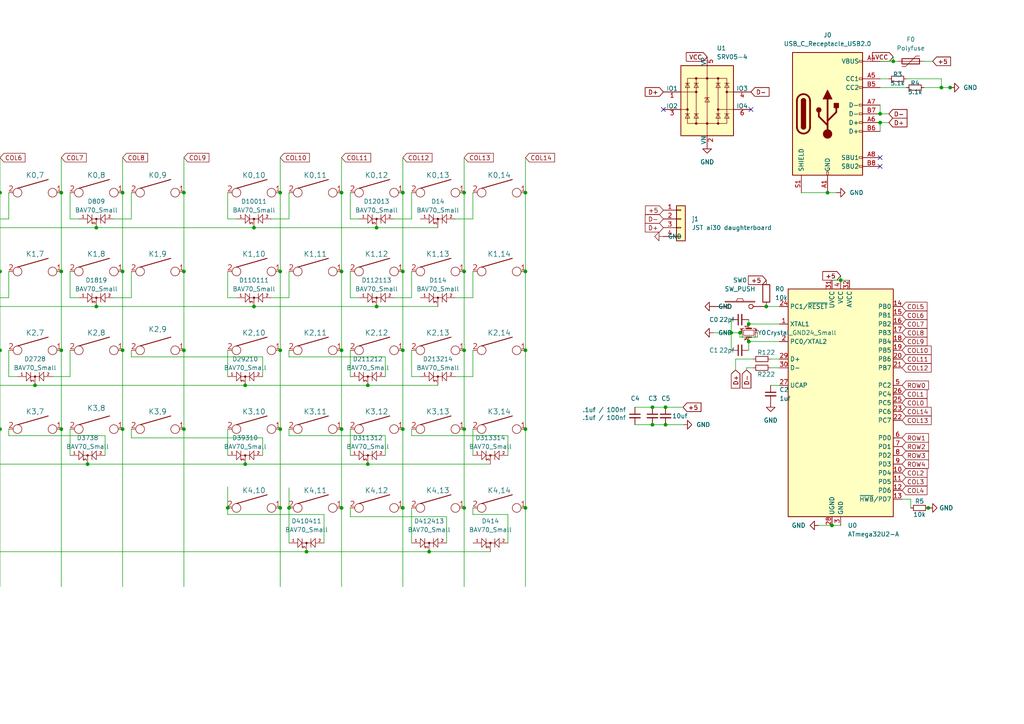
<source format=kicad_sch>
(kicad_sch (version 20211123) (generator eeschema)
  (paper "A4")
  (junction (at -63.5 147.32))
  (junction (at 0 101.6))
  (junction (at 35.56 124.46))
  (junction (at 53.34 78.74))
  (junction (at 212.09 96.52))
  (junction (at 81.28 124.46))
  (junction (at 193.04 123.19))
  (junction (at -124.46 88.9))
  (junction (at 17.78 124.46))
  (junction (at 134.62 124.46))
  (junction (at 99.06 124.46))
  (junction (at -7.62 66.04))
  (junction (at 241.3 152.4))
  (junction (at -55.88 111.76))
  (junction (at 17.78 101.6))
  (junction (at 27.94 88.9))
  (junction (at 217.17 93.98))
  (junction (at -17.78 101.6))
  (junction (at 88.9 160.02))
  (junction (at 35.56 55.88))
  (junction (at 10.16 111.76))
  (junction (at 152.4 147.32))
  (junction (at 17.78 55.88))
  (junction (at -7.62 88.9))
  (junction (at 109.22 88.9))
  (junction (at 152.4 55.88))
  (junction (at -81.28 101.6))
  (junction (at 83.82 147.32))
  (junction (at 109.22 66.04))
  (junction (at -55.245 160.02))
  (junction (at 106.68 134.62))
  (junction (at 0 124.46))
  (junction (at -17.78 55.88))
  (junction (at -45.72 55.88))
  (junction (at -63.5 101.6))
  (junction (at 53.34 101.6))
  (junction (at 214.63 96.52))
  (junction (at 53.34 55.88))
  (junction (at 116.84 78.74))
  (junction (at -99.06 78.74))
  (junction (at -53.34 66.04))
  (junction (at -45.72 124.46))
  (junction (at -53.34 88.9))
  (junction (at 255.27 33.02))
  (junction (at -109.22 68.58))
  (junction (at 116.84 55.88))
  (junction (at 134.62 78.74))
  (junction (at 240.03 55.88))
  (junction (at -63.5 55.88))
  (junction (at 99.06 147.32))
  (junction (at 134.62 55.88))
  (junction (at -45.72 147.32))
  (junction (at -91.44 157.48))
  (junction (at 35.56 101.6))
  (junction (at -116.84 55.88))
  (junction (at 81.28 147.32))
  (junction (at -81.28 124.46))
  (junction (at 217.17 99.06))
  (junction (at -17.78 78.74))
  (junction (at -45.72 78.74))
  (junction (at 193.04 118.11))
  (junction (at 152.4 101.6))
  (junction (at 66.04 147.32))
  (junction (at -45.72 101.6))
  (junction (at -116.84 78.74))
  (junction (at -116.84 147.32))
  (junction (at 81.28 55.88))
  (junction (at -81.28 147.32))
  (junction (at 25.4 134.62))
  (junction (at 71.12 134.62))
  (junction (at 27.94 66.04))
  (junction (at 222.25 88.9))
  (junction (at 17.78 78.74))
  (junction (at 134.62 101.6))
  (junction (at -99.06 55.88))
  (junction (at -116.84 124.46))
  (junction (at -90.805 68.58))
  (junction (at 134.62 147.32))
  (junction (at 73.66 66.04))
  (junction (at -81.28 55.88))
  (junction (at 35.56 78.74))
  (junction (at 71.12 111.76))
  (junction (at 116.84 101.6))
  (junction (at 0 55.88))
  (junction (at 243.84 81.28))
  (junction (at 259.08 17.78))
  (junction (at -17.78 124.46))
  (junction (at 99.06 101.6))
  (junction (at 106.68 111.76))
  (junction (at 73.66 88.9))
  (junction (at 99.06 55.88))
  (junction (at -91.44 111.76))
  (junction (at 116.84 147.32))
  (junction (at 255.27 35.56))
  (junction (at 0 78.74))
  (junction (at -88.9 88.9))
  (junction (at 152.4 78.74))
  (junction (at 81.28 101.6))
  (junction (at -63.5 78.74))
  (junction (at 269.24 147.32))
  (junction (at 189.23 123.19))
  (junction (at 152.4 124.46))
  (junction (at -63.5 124.46))
  (junction (at 53.34 124.46))
  (junction (at -81.28 78.74))
  (junction (at 189.23 118.11))
  (junction (at 273.05 25.4))
  (junction (at -55.88 134.62))
  (junction (at 99.06 78.74))
  (junction (at -91.44 134.62))
  (junction (at 275.59 25.4))
  (junction (at -116.84 101.6))
  (junction (at -10.16 134.62))
  (junction (at -10.16 111.76))
  (junction (at 81.28 78.74))
  (junction (at 116.84 124.46))
  (junction (at 124.46 160.02))
  (no_connect (at 255.27 45.72))
  (no_connect (at 192.405 31.75))
  (no_connect (at 217.805 31.75))
  (no_connect (at 255.27 48.26))
  (wire (pts (xy -116.84 78.74) (xy -116.84 101.6)))
  (wire (pts (xy -96.52 124.46) (xy -96.52 132.08)))
  (wire (pts (xy 101.6 78.74) (xy 101.6 86.36)))
  (wire (pts (xy 267.97 17.78) (xy 270.51 17.78)))
  (wire (pts (xy -132.08 88.9) (xy -132.08 91.44)))
  (wire (pts (xy 66.04 147.32) (xy 66.04 149.225)))
  (wire (pts (xy 38.1 101.6) (xy 38.1 103.505)))
  (wire (pts (xy 137.16 86.36) (xy 132.08 86.36)))
  (wire (pts (xy -63.5 78.74) (xy -63.5 101.6)))
  (wire (pts (xy 219.71 97.79) (xy 214.63 97.79)))
  (wire (pts (xy -33.02 78.74) (xy -33.02 86.36)))
  (wire (pts (xy 53.34 78.74) (xy 53.34 101.6)))
  (wire (pts (xy -132.08 157.48) (xy -91.44 157.48)))
  (wire (pts (xy 116.84 101.6) (xy 116.84 124.46)))
  (wire (pts (xy 81.28 78.74) (xy 81.28 101.6)))
  (wire (pts (xy -50.8 103.505) (xy -78.74 103.505)))
  (wire (pts (xy -124.46 88.9) (xy -132.08 88.9)))
  (wire (pts (xy -55.88 134.62) (xy -10.16 134.62)))
  (wire (pts (xy 116.84 147.32) (xy 116.84 170.18)))
  (wire (pts (xy 2.54 55.88) (xy 2.54 63.5)))
  (wire (pts (xy 73.66 88.9) (xy 27.94 88.9)))
  (wire (pts (xy 217.17 92.71) (xy 217.17 93.98)))
  (wire (pts (xy 38.1 55.88) (xy 38.1 63.5)))
  (wire (pts (xy -81.28 124.46) (xy -81.28 147.32)))
  (wire (pts (xy 81.28 55.88) (xy 81.28 78.74)))
  (wire (pts (xy 193.04 118.11) (xy 198.12 118.11)))
  (wire (pts (xy -91.44 134.62) (xy -55.88 134.62)))
  (wire (pts (xy 243.84 81.28) (xy 246.38 81.28)))
  (wire (pts (xy -53.34 88.9) (xy -88.9 88.9)))
  (wire (pts (xy 147.32 126.365) (xy 119.38 126.365)))
  (wire (pts (xy 76.2 103.505) (xy 38.1 103.505)))
  (wire (pts (xy 124.46 160.02) (xy 142.24 160.02)))
  (wire (pts (xy -55.245 160.02) (xy 88.9 160.02)))
  (wire (pts (xy 81.28 45.72) (xy 81.28 55.88)))
  (wire (pts (xy -50.8 132.08) (xy -50.8 126.365)))
  (wire (pts (xy 217.17 99.06) (xy 217.17 101.6)))
  (wire (pts (xy 137.16 149.225) (xy 147.32 149.225)))
  (wire (pts (xy 35.56 124.46) (xy 35.56 170.18)))
  (wire (pts (xy -15.24 78.74) (xy -15.24 86.36)))
  (wire (pts (xy 66.04 63.5) (xy 68.58 63.5)))
  (wire (pts (xy 53.34 124.46) (xy 53.34 170.18)))
  (wire (pts (xy -50.8 109.22) (xy -50.8 103.505)))
  (wire (pts (xy 189.23 123.19) (xy 193.04 123.19)))
  (wire (pts (xy 83.82 147.32) (xy 83.82 157.48)))
  (wire (pts (xy -17.78 124.46) (xy -17.78 170.18)))
  (wire (pts (xy -149.86 68.58) (xy -109.22 68.58)))
  (wire (pts (xy 134.62 55.88) (xy 134.62 78.74)))
  (wire (pts (xy -63.5 147.32) (xy -63.5 170.18)))
  (wire (pts (xy -86.36 103.505) (xy -132.08 103.505)))
  (wire (pts (xy 30.48 126.365) (xy 2.54 126.365)))
  (wire (pts (xy 0 101.6) (xy 0 124.46)))
  (wire (pts (xy 184.15 118.11) (xy 189.23 118.11)))
  (wire (pts (xy -15.24 63.5) (xy -12.7 63.5)))
  (wire (pts (xy 147.32 157.48) (xy 147.32 149.225)))
  (wire (pts (xy 137.16 55.88) (xy 137.16 63.5)))
  (wire (pts (xy 111.76 109.22) (xy 111.76 103.505)))
  (wire (pts (xy -81.28 147.32) (xy -81.28 170.18)))
  (wire (pts (xy -96.52 78.74) (xy -96.52 86.36)))
  (wire (pts (xy 264.16 144.78) (xy 264.16 147.32)))
  (wire (pts (xy 119.38 78.74) (xy 119.38 86.36)))
  (wire (pts (xy 76.2 127) (xy 38.1 127)))
  (wire (pts (xy 134.62 45.72) (xy 134.62 55.88)))
  (wire (pts (xy 129.54 149.86) (xy 101.6 149.86)))
  (wire (pts (xy -132.08 111.76) (xy -91.44 111.76)))
  (wire (pts (xy 2.54 63.5) (xy -2.54 63.5)))
  (wire (pts (xy 212.09 96.52) (xy 212.09 101.6)))
  (wire (pts (xy 0 78.74) (xy 0 101.6)))
  (wire (pts (xy 255.27 35.56) (xy 255.27 38.1)))
  (wire (pts (xy -99.06 45.72) (xy -99.06 55.88)))
  (wire (pts (xy -86.36 126.365) (xy -132.08 126.365)))
  (wire (pts (xy -5.08 109.22) (xy -5.08 103.505)))
  (wire (pts (xy -15.24 101.6) (xy -15.24 109.22)))
  (wire (pts (xy -63.5 124.46) (xy -63.5 147.32)))
  (wire (pts (xy 71.12 111.76) (xy 106.68 111.76)))
  (wire (pts (xy 17.78 78.74) (xy 17.78 101.6)))
  (wire (pts (xy -96.52 147.32) (xy -96.52 154.94)))
  (wire (pts (xy 137.16 147.32) (xy 137.16 149.225)))
  (wire (pts (xy 116.84 45.72) (xy 116.84 55.88)))
  (wire (pts (xy 259.08 16.51) (xy 259.08 17.78)))
  (wire (pts (xy 76.2 109.22) (xy 76.2 103.505)))
  (wire (pts (xy 127 66.04) (xy 109.22 66.04)))
  (wire (pts (xy 214.63 97.79) (xy 214.63 96.52)))
  (wire (pts (xy 17.78 55.88) (xy 17.78 78.74)))
  (wire (pts (xy 101.6 101.6) (xy 101.6 109.22)))
  (wire (pts (xy 38.1 86.36) (xy 33.02 86.36)))
  (wire (pts (xy -63.5 45.72) (xy -63.5 55.88)))
  (wire (pts (xy 81.28 101.6) (xy 81.28 124.46)))
  (wire (pts (xy 2.54 109.22) (xy 5.08 109.22)))
  (wire (pts (xy 111.76 132.08) (xy 111.76 126.365)))
  (wire (pts (xy -81.28 78.74) (xy -81.28 101.6)))
  (wire (pts (xy 119.38 55.88) (xy 119.38 63.5)))
  (wire (pts (xy -81.28 101.6) (xy -81.28 124.46)))
  (wire (pts (xy -132.08 134.62) (xy -132.08 137.16)))
  (wire (pts (xy 119.38 63.5) (xy 114.3 63.5)))
  (wire (pts (xy 53.34 101.6) (xy 53.34 124.46)))
  (wire (pts (xy -45.72 55.88) (xy -45.72 78.74)))
  (wire (pts (xy 0 55.88) (xy 0 78.74)))
  (wire (pts (xy -149.86 137.16) (xy -132.08 137.16)))
  (wire (pts (xy -10.16 134.62) (xy 25.4 134.62)))
  (wire (pts (xy 66.04 124.46) (xy 66.04 132.08)))
  (wire (pts (xy 35.56 45.72) (xy 35.56 55.88)))
  (wire (pts (xy 119.38 109.22) (xy 121.92 109.22)))
  (wire (pts (xy 137.16 78.74) (xy 137.16 86.36)))
  (wire (pts (xy 76.2 132.08) (xy 76.2 127)))
  (wire (pts (xy -78.74 124.46) (xy -78.74 126.365)))
  (wire (pts (xy 83.82 78.74) (xy 83.82 86.36)))
  (wire (pts (xy 2.54 78.74) (xy 2.54 86.36)))
  (wire (pts (xy 109.22 66.04) (xy 73.66 66.04)))
  (wire (pts (xy -86.36 154.94) (xy -86.36 149.225)))
  (wire (pts (xy -60.96 78.74) (xy -60.96 86.36)))
  (wire (pts (xy 147.32 132.08) (xy 147.32 126.365)))
  (wire (pts (xy 132.08 109.22) (xy 137.16 109.22)))
  (wire (pts (xy 93.98 157.48) (xy 93.98 149.225)))
  (wire (pts (xy -86.36 149.225) (xy -132.08 149.225)))
  (wire (pts (xy 109.22 88.9) (xy 73.66 88.9)))
  (wire (pts (xy -86.36 132.08) (xy -86.36 126.365)))
  (wire (pts (xy -132.08 101.6) (xy -132.08 103.505)))
  (wire (pts (xy 255.27 30.48) (xy 255.27 33.02)))
  (wire (pts (xy 35.56 101.6) (xy 35.56 124.46)))
  (wire (pts (xy 25.4 134.62) (xy 71.12 134.62)))
  (wire (pts (xy 127 111.76) (xy 106.68 111.76)))
  (wire (pts (xy 223.52 111.76) (xy 226.06 111.76)))
  (wire (pts (xy -76.2 66.04) (xy -53.34 66.04)))
  (wire (pts (xy 137.16 101.6) (xy 137.16 109.22)))
  (wire (pts (xy -60.96 147.32) (xy -60.96 157.48)))
  (wire (pts (xy -45.72 147.32) (xy -45.72 170.18)))
  (wire (pts (xy 132.08 63.5) (xy 137.16 63.5)))
  (wire (pts (xy 53.34 55.88) (xy 53.34 78.74)))
  (wire (pts (xy 232.41 55.88) (xy 240.03 55.88)))
  (wire (pts (xy 119.38 147.32) (xy 119.38 157.48)))
  (wire (pts (xy 217.17 99.06) (xy 226.06 99.06)))
  (wire (pts (xy -90.805 68.58) (xy -76.2 68.58)))
  (wire (pts (xy 259.08 17.78) (xy 260.35 17.78)))
  (wire (pts (xy -15.24 86.36) (xy -12.7 86.36)))
  (wire (pts (xy -45.72 45.72) (xy -45.72 55.88)))
  (wire (pts (xy 127 88.9) (xy 109.22 88.9)))
  (wire (pts (xy 99.06 45.72) (xy 99.06 55.88)))
  (wire (pts (xy 119.38 124.46) (xy 119.38 126.365)))
  (wire (pts (xy 73.66 66.04) (xy 27.94 66.04)))
  (wire (pts (xy 255.27 25.4) (xy 262.89 25.4)))
  (wire (pts (xy 53.34 45.72) (xy 53.34 55.88)))
  (wire (pts (xy 66.04 78.74) (xy 66.04 86.36)))
  (wire (pts (xy -50.8 126.365) (xy -78.74 126.365)))
  (wire (pts (xy -78.74 147.32) (xy -78.74 148.59)))
  (wire (pts (xy 216.535 106.68) (xy 216.535 107.315)))
  (wire (pts (xy 243.84 80.01) (xy 243.84 81.28)))
  (wire (pts (xy 20.32 78.74) (xy 20.32 86.36)))
  (wire (pts (xy -78.74 78.74) (xy -78.74 86.36)))
  (wire (pts (xy 119.38 86.36) (xy 114.3 86.36)))
  (wire (pts (xy -96.52 66.04) (xy -95.885 66.04)))
  (wire (pts (xy 212.09 92.71) (xy 212.09 96.52)))
  (wire (pts (xy 111.76 126.365) (xy 83.82 126.365)))
  (wire (pts (xy -104.14 66.04) (xy -104.14 58.42)))
  (wire (pts (xy -60.96 55.88) (xy -60.96 63.5)))
  (wire (pts (xy -60.96 157.48) (xy -60.325 157.48)))
  (wire (pts (xy 10.16 111.76) (xy 71.12 111.76)))
  (wire (pts (xy -60.96 86.36) (xy -58.42 86.36)))
  (wire (pts (xy -33.02 55.88) (xy -33.02 63.5)))
  (wire (pts (xy 134.62 101.6) (xy 134.62 124.46)))
  (wire (pts (xy -109.22 68.58) (xy -90.805 68.58)))
  (wire (pts (xy -116.84 124.46) (xy -116.84 147.32)))
  (wire (pts (xy 20.32 101.6) (xy 20.32 109.22)))
  (wire (pts (xy 116.84 124.46) (xy 116.84 147.32)))
  (wire (pts (xy -17.78 78.74) (xy -17.78 101.6)))
  (wire (pts (xy -33.02 124.46) (xy -33.02 126.365)))
  (wire (pts (xy 99.06 78.74) (xy 99.06 101.6)))
  (wire (pts (xy -116.84 45.72) (xy -116.84 55.88)))
  (wire (pts (xy 83.82 101.6) (xy 83.82 103.505)))
  (wire (pts (xy 237.49 152.4) (xy 241.3 152.4)))
  (wire (pts (xy -114.3 86.36) (xy -119.38 86.36)))
  (wire (pts (xy 83.82 86.36) (xy 78.74 86.36)))
  (wire (pts (xy 71.12 134.62) (xy 106.68 134.62)))
  (wire (pts (xy 119.38 101.6) (xy 119.38 109.22)))
  (wire (pts (xy 273.05 22.86) (xy 273.05 25.4)))
  (wire (pts (xy 20.32 86.36) (xy 22.86 86.36)))
  (wire (pts (xy -50.165 157.48) (xy -50.165 148.59)))
  (wire (pts (xy 20.32 109.22) (xy 15.24 109.22)))
  (wire (pts (xy -71.12 157.48) (xy -91.44 157.48)))
  (wire (pts (xy -5.08 132.08) (xy -5.08 126.365)))
  (wire (pts (xy -96.52 55.88) (xy -96.52 66.04)))
  (wire (pts (xy 35.56 78.74) (xy 35.56 101.6)))
  (wire (pts (xy -60.96 124.46) (xy -60.96 132.08)))
  (wire (pts (xy 93.98 149.225) (xy 66.04 149.225)))
  (wire (pts (xy 99.06 147.32) (xy 99.06 170.18)))
  (wire (pts (xy 255.27 35.56) (xy 257.81 35.56)))
  (wire (pts (xy -63.5 55.88) (xy -63.5 78.74)))
  (wire (pts (xy -78.74 55.88) (xy -78.74 66.04)))
  (wire (pts (xy 101.6 55.88) (xy 101.6 63.5)))
  (wire (pts (xy -5.08 126.365) (xy -33.02 126.365)))
  (wire (pts (xy 81.28 124.46) (xy 81.28 147.32)))
  (wire (pts (xy 81.28 147.32) (xy 81.28 170.18)))
  (wire (pts (xy 10.16 111.76) (xy -10.16 111.76)))
  (wire (pts (xy 0 45.72) (xy 0 55.88)))
  (wire (pts (xy 66.04 101.6) (xy 66.04 109.22)))
  (wire (pts (xy -86.36 109.22) (xy -86.36 103.505)))
  (wire (pts (xy -45.72 78.74) (xy -45.72 101.6)))
  (wire (pts (xy 212.09 96.52) (xy 214.63 96.52)))
  (wire (pts (xy 17.78 124.46) (xy 17.78 170.18)))
  (wire (pts (xy -99.06 55.88) (xy -99.06 78.74)))
  (wire (pts (xy -7.62 66.04) (xy -53.34 66.04)))
  (wire (pts (xy -96.52 86.36) (xy -93.98 86.36)))
  (wire (pts (xy -33.02 86.36) (xy -48.26 86.36)))
  (wire (pts (xy 35.56 55.88) (xy 35.56 78.74)))
  (wire (pts (xy 88.9 160.02) (xy 124.46 160.02)))
  (wire (pts (xy 240.03 55.88) (xy 242.57 55.88)))
  (wire (pts (xy 101.6 63.5) (xy 104.14 63.5)))
  (wire (pts (xy -114.3 55.88) (xy -114.3 66.04)))
  (wire (pts (xy 193.04 123.19) (xy 198.12 123.19)))
  (wire (pts (xy -149.86 160.02) (xy -132.08 160.02)))
  (wire (pts (xy 101.6 147.32) (xy 101.6 149.86)))
  (wire (pts (xy 83.82 63.5) (xy 78.74 63.5)))
  (wire (pts (xy 218.44 106.68) (xy 216.535 106.68)))
  (wire (pts (xy 27.94 88.9) (xy -7.62 88.9)))
  (wire (pts (xy -81.28 55.88) (xy -81.28 78.74)))
  (wire (pts (xy -149.86 91.44) (xy -132.08 91.44)))
  (wire (pts (xy 152.4 147.32) (xy 152.4 170.18)))
  (wire (pts (xy 134.62 78.74) (xy 134.62 101.6)))
  (wire (pts (xy 255.27 17.78) (xy 259.08 17.78)))
  (wire (pts (xy 129.54 157.48) (xy 129.54 149.86)))
  (wire (pts (xy -104.14 58.42) (xy -132.08 58.42)))
  (wire (pts (xy -91.44 111.76) (xy -55.88 111.76)))
  (wire (pts (xy 101.6 124.46) (xy 101.6 132.08)))
  (wire (pts (xy 255.27 22.86) (xy 257.81 22.86)))
  (wire (pts (xy 134.62 124.46) (xy 134.62 147.32)))
  (wire (pts (xy -5.08 103.505) (xy -33.02 103.505)))
  (wire (pts (xy -132.08 86.36) (xy -129.54 86.36)))
  (wire (pts (xy 20.32 124.46) (xy 20.32 132.08)))
  (wire (pts (xy -99.06 78.74) (xy -99.06 170.18)))
  (wire (pts (xy -50.165 148.59) (xy -78.74 148.59)))
  (wire (pts (xy 66.04 86.36) (xy 68.58 86.36)))
  (wire (pts (xy -149.86 114.3) (xy -132.08 114.3)))
  (wire (pts (xy 17.78 101.6) (xy 17.78 124.46)))
  (wire (pts (xy 241.3 152.4) (xy 243.84 152.4)))
  (wire (pts (xy 273.05 25.4) (xy 267.97 25.4)))
  (wire (pts (xy 213.36 104.14) (xy 213.36 107.315)))
  (wire (pts (xy -60.96 63.5) (xy -58.42 63.5)))
  (wire (pts (xy 116.84 55.88) (xy 116.84 78.74)))
  (wire (pts (xy 83.82 55.88) (xy 83.82 63.5)))
  (wire (pts (xy 101.6 86.36) (xy 104.14 86.36)))
  (wire (pts (xy 116.84 78.74) (xy 116.84 101.6)))
  (wire (pts (xy 27.94 66.04) (xy -7.62 66.04)))
  (wire (pts (xy 99.06 55.88) (xy 99.06 78.74)))
  (wire (pts (xy 137.16 124.46) (xy 137.16 132.08)))
  (wire (pts (xy 152.4 55.88) (xy 152.4 78.74)))
  (wire (pts (xy -78.74 86.36) (xy -83.82 86.36)))
  (wire (pts (xy -76.2 66.04) (xy -76.2 68.58)))
  (wire (pts (xy 20.32 63.5) (xy 22.86 63.5)))
  (wire (pts (xy -116.84 147.32) (xy -116.84 170.18)))
  (wire (pts (xy -96.52 101.6) (xy -96.52 109.22)))
  (wire (pts (xy 255.27 33.02) (xy 257.81 33.02)))
  (wire (pts (xy -85.725 66.04) (xy -78.74 66.04)))
  (wire (pts (xy 217.17 93.98) (xy 226.06 93.98)))
  (wire (pts (xy -132.08 134.62) (xy -91.44 134.62)))
  (wire (pts (xy -132.08 147.32) (xy -132.08 149.225)))
  (wire (pts (xy 106.68 134.62) (xy 142.24 134.62)))
  (wire (pts (xy 38.1 78.74) (xy 38.1 86.36)))
  (wire (pts (xy 152.4 78.74) (xy 152.4 101.6)))
  (wire (pts (xy 223.52 104.14) (xy 226.06 104.14)))
  (wire (pts (xy -17.78 55.88) (xy -17.78 78.74)))
  (wire (pts (xy 83.82 124.46) (xy 83.82 126.365)))
  (wire (pts (xy 20.32 55.88) (xy 20.32 63.5)))
  (wire (pts (xy 261.62 144.78) (xy 264.16 144.78)))
  (wire (pts (xy 33.02 63.5) (xy 38.1 63.5)))
  (wire (pts (xy -114.3 78.74) (xy -114.3 86.36)))
  (wire (pts (xy -116.84 101.6) (xy -116.84 124.46)))
  (wire (pts (xy -7.62 88.9) (xy -53.34 88.9)))
  (wire (pts (xy -55.88 111.76) (xy -10.16 111.76)))
  (wire (pts (xy -132.08 55.88) (xy -132.08 58.42)))
  (wire (pts (xy 0 124.46) (xy 0 170.18)))
  (wire (pts (xy -55.245 160.02) (xy -71.12 160.02)))
  (wire (pts (xy -132.08 78.74) (xy -132.08 86.36)))
  (wire (pts (xy -17.78 45.72) (xy -17.78 55.88)))
  (wire (pts (xy -88.9 88.9) (xy -124.46 88.9)))
  (wire (pts (xy -45.72 124.46) (xy -45.72 147.32)))
  (wire (pts (xy 223.52 106.68) (xy 226.06 106.68)))
  (wire (pts (xy 262.89 22.86) (xy 273.05 22.86)))
  (wire (pts (xy 2.54 124.46) (xy 2.54 126.365)))
  (wire (pts (xy -17.78 101.6) (xy -17.78 124.46)))
  (wire (pts (xy 99.06 124.46) (xy 99.06 147.32)))
  (wire (pts (xy 134.62 147.32) (xy 134.62 170.18)))
  (wire (pts (xy -132.08 111.76) (xy -132.08 114.3)))
  (wire (pts (xy 111.76 103.505) (xy 83.82 103.505)))
  (wire (pts (xy 184.15 123.19) (xy 189.23 123.19)))
  (wire (pts (xy -63.5 101.6) (xy -63.5 124.46)))
  (wire (pts (xy 30.48 132.08) (xy 30.48 126.365)))
  (wire (pts (xy 218.44 104.14) (xy 213.36 104.14)))
  (wire (pts (xy 2.54 101.6) (xy 2.54 109.22)))
  (wire (pts (xy 38.1 124.46) (xy 38.1 127)))
  (wire (pts (xy -78.74 101.6) (xy -78.74 103.505)))
  (wire (pts (xy -15.24 124.46) (xy -15.24 132.08)))
  (wire (pts (xy -132.08 157.48) (xy -132.08 160.02)))
  (wire (pts (xy -15.24 55.88) (xy -15.24 63.5)))
  (wire (pts (xy -116.84 55.88) (xy -116.84 78.74)))
  (wire (pts (xy 273.05 25.4) (xy 275.59 25.4)))
  (wire (pts (xy 189.23 118.11) (xy 193.04 118.11)))
  (wire (pts (xy 83.82 141.478) (xy 83.82 147.32)))
  (wire (pts (xy -132.08 124.46) (xy -132.08 126.365)))
  (wire (pts (xy -48.26 63.5) (xy -33.02 63.5)))
  (wire (pts (xy -81.28 45.72) (xy -81.28 55.88)))
  (wire (pts (xy -60.96 101.6) (xy -60.96 109.22)))
  (wire (pts (xy 152.4 45.72) (xy 152.4 55.88)))
  (wire (pts (xy 241.3 81.28) (xy 243.84 81.28)))
  (wire (pts (xy 66.04 55.88) (xy 66.04 63.5)))
  (wire (pts (xy -45.72 101.6) (xy -45.72 124.46)))
  (wire (pts (xy 152.4 124.46) (xy 152.4 147.32)))
  (wire (pts (xy 17.78 45.72) (xy 17.78 55.88)))
  (wire (pts (xy 99.06 101.6) (xy 99.06 124.46)))
  (wire (pts (xy 219.71 96.52) (xy 219.71 97.79)))
  (wire (pts (xy 2.54 86.36) (xy -2.54 86.36)))
  (wire (pts (xy -33.02 101.6) (xy -33.02 103.505)))
  (wire (pts (xy 66.04 141.224) (xy 66.04 147.32)))
  (wire (pts (xy 207.01 96.52) (xy 212.09 96.52)))
  (wire (pts (xy -71.12 160.02) (xy -71.12 157.48)))
  (wire (pts (xy 222.25 88.9) (xy 226.06 88.9)))
  (wire (pts (xy 152.4 101.6) (xy 152.4 124.46)))
  (global_label "COL11" (shape input) (at 261.62 104.14 0) (property "Intersheet References" "${INTERSHEET_REFS}" (effects hide)))
  (global_label "+5" (shape input) (at 243.84 80.01 180) (property "Intersheet References" "${INTERSHEET_REFS}" (effects hide)))
  (global_label "VCC" (shape input) (at 205.105 16.51 180) (property "Intersheet References" "${INTERSHEET_REFS}" (effects hide)))
  (global_label "D-" (shape input) (at 216.535 107.315 270) (property "Intersheet References" "${INTERSHEET_REFS}" (effects hide)))
  (global_label "COL4" (shape input) (at -45.72 45.72 0) (property "Intersheet References" "${INTERSHEET_REFS}" (effects hide)))
  (global_label "ROW3" (shape input) (at -149.86 137.16 180) (property "Intersheet References" "${INTERSHEET_REFS}" (effects hide)))
  (global_label "COL0" (shape input) (at -116.84 45.72 180) (property "Intersheet References" "${INTERSHEET_REFS}" (effects hide)))
  (global_label "COL6" (shape input) (at 0 45.72 0) (property "Intersheet References" "${INTERSHEET_REFS}" (effects hide)))
  (global_label "COL3" (shape input) (at 261.62 139.7 0) (property "Intersheet References" "${INTERSHEET_REFS}" (effects hide)))
  (global_label "ROW4" (shape input) (at -149.86 160.02 180) (property "Intersheet References" "${INTERSHEET_REFS}" (effects hide)))
  (global_label "COL10" (shape input) (at 261.62 101.6 0) (property "Intersheet References" "${INTERSHEET_REFS}" (effects hide)))
  (global_label "ROW1" (shape input) (at -149.86 91.44 180) (property "Intersheet References" "${INTERSHEET_REFS}" (effects hide)))
  (global_label "D+" (shape input) (at 192.405 66.04 180) (property "Intersheet References" "${INTERSHEET_REFS}" (effects hide)))
  (global_label "VCC" (shape input) (at 259.08 16.51 180) (property "Intersheet References" "${INTERSHEET_REFS}" (effects hide)))
  (global_label "COL14" (shape input) (at 152.4 45.72 0) (property "Intersheet References" "${INTERSHEET_REFS}" (effects hide)))
  (global_label "ROW4" (shape input) (at 261.62 134.62 0) (property "Intersheet References" "${INTERSHEET_REFS}" (effects hide)))
  (global_label "COL9" (shape input) (at 261.62 99.06 0) (property "Intersheet References" "${INTERSHEET_REFS}" (effects hide)))
  (global_label "D+" (shape input) (at 257.81 35.56 0) (property "Intersheet References" "${INTERSHEET_REFS}" (effects hide)))
  (global_label "+5" (shape input) (at 192.405 60.96 180) (property "Intersheet References" "${INTERSHEET_REFS}" (effects hide)))
  (global_label "COL3" (shape input) (at -63.5 45.72 0) (property "Intersheet References" "${INTERSHEET_REFS}" (effects hide)))
  (global_label "D+" (shape input) (at 213.36 107.315 270) (property "Intersheet References" "${INTERSHEET_REFS}" (effects hide)))
  (global_label "COL7" (shape input) (at 17.78 45.72 0) (property "Intersheet References" "${INTERSHEET_REFS}" (effects hide)))
  (global_label "COL13" (shape input) (at 261.62 121.92 0) (property "Intersheet References" "${INTERSHEET_REFS}" (effects hide)))
  (global_label "COL12" (shape input) (at 261.62 106.68 0) (property "Intersheet References" "${INTERSHEET_REFS}" (effects hide)))
  (global_label "COL7" (shape input) (at 261.62 93.98 0) (property "Intersheet References" "${INTERSHEET_REFS}" (effects hide)))
  (global_label "D-" (shape input) (at 192.405 63.5 180) (property "Intersheet References" "${INTERSHEET_REFS}" (effects hide)))
  (global_label "ROW0" (shape input) (at 261.62 111.76 0) (property "Intersheet References" "${INTERSHEET_REFS}" (effects hide)))
  (global_label "+5" (shape input) (at 270.51 17.78 0) (property "Intersheet References" "${INTERSHEET_REFS}" (effects hide)))
  (global_label "+5" (shape input) (at 222.25 81.28 180) (property "Intersheet References" "${INTERSHEET_REFS}" (effects hide)))
  (global_label "COL11" (shape input) (at 99.06 45.72 0) (property "Intersheet References" "${INTERSHEET_REFS}" (effects hide)))
  (global_label "ROW2" (shape input) (at 261.62 129.54 0) (property "Intersheet References" "${INTERSHEET_REFS}" (effects hide)))
  (global_label "COL13" (shape input) (at 134.62 45.72 0) (property "Intersheet References" "${INTERSHEET_REFS}" (effects hide)))
  (global_label "D-" (shape input) (at 216.535 107.315 270) (property "Intersheet References" "${INTERSHEET_REFS}" (effects hide)))
  (global_label "VCC" (shape input) (at 205.105 16.51 180) (property "Intersheet References" "${INTERSHEET_REFS}" (effects hide)))
  (global_label "COL4" (shape input) (at 261.62 142.24 0) (property "Intersheet References" "${INTERSHEET_REFS}" (effects hide)))
  (global_label "+5" (shape input) (at 198.12 118.11 0) (property "Intersheet References" "${INTERSHEET_REFS}" (effects hide)))
  (global_label "D+" (shape input) (at 192.405 26.67 180) (property "Intersheet References" "${INTERSHEET_REFS}" (effects hide)))
  (global_label "+5" (shape input) (at 243.84 80.01 180) (property "Intersheet References" "${INTERSHEET_REFS}" (effects hide)))
  (global_label "COL12" (shape input) (at 116.84 45.72 0) (property "Intersheet References" "${INTERSHEET_REFS}" (effects hide)))
  (global_label "COL2" (shape input) (at -81.28 45.72 0) (property "Intersheet References" "${INTERSHEET_REFS}" (effects hide)))
  (global_label "+5" (shape input) (at 198.12 118.11 0) (property "Intersheet References" "${INTERSHEET_REFS}" (effects hide)))
  (global_label "COL8" (shape input) (at 261.62 96.52 0) (property "Intersheet References" "${INTERSHEET_REFS}" (effects hide)))
  (global_label "COL1" (shape input) (at 261.62 114.3 0) (property "Intersheet References" "${INTERSHEET_REFS}" (effects hide)))
  (global_label "ROW0" (shape input) (at -149.86 68.58 180) (property "Intersheet References" "${INTERSHEET_REFS}" (effects hide)))
  (global_label "ROW1" (shape input) (at 261.62 127 0) (property "Intersheet References" "${INTERSHEET_REFS}" (effects hide)))
  (global_label "VCC" (shape input) (at 259.08 16.51 180) (property "Intersheet References" "${INTERSHEET_REFS}" (effects hide)))
  (global_label "COL8" (shape input) (at 35.56 45.72 0) (property "Intersheet References" "${INTERSHEET_REFS}" (effects hide)))
  (global_label "+5" (shape input) (at 270.51 17.78 0) (property "Intersheet References" "${INTERSHEET_REFS}" (effects hide)))
  (global_label "D+" (shape input) (at 213.36 107.315 270) (property "Intersheet References" "${INTERSHEET_REFS}" (effects hide)))
  (global_label "COL1" (shape input) (at -99.06 45.72 180) (property "Intersheet References" "${INTERSHEET_REFS}" (effects hide)))
  (global_label "D-" (shape input) (at 217.805 26.67 0) (property "Intersheet References" "${INTERSHEET_REFS}" (effects hide)))
  (global_label "D+" (shape input) (at 257.81 35.56 0) (property "Intersheet References" "${INTERSHEET_REFS}" (effects hide)))
  (global_label "COL14" (shape input) (at 261.62 119.38 0) (property "Intersheet References" "${INTERSHEET_REFS}" (effects hide)))
  (global_label "COL5" (shape input) (at 261.62 88.9 0) (property "Intersheet References" "${INTERSHEET_REFS}" (effects hide)))
  (global_label "COL0" (shape input) (at 261.62 116.84 0) (property "Intersheet References" "${INTERSHEET_REFS}" (effects hide)))
  (global_label "COL5" (shape input) (at -17.78 45.72 0) (property "Intersheet References" "${INTERSHEET_REFS}" (effects hide)))
  (global_label "+5" (shape input) (at 222.25 81.28 180) (property "Intersheet References" "${INTERSHEET_REFS}" (effects hide)))
  (global_label "D-" (shape input) (at 257.81 33.02 0) (property "Intersheet References" "${INTERSHEET_REFS}" (effects hide)))
  (global_label "D+" (shape input) (at 192.405 26.67 180) (property "Intersheet References" "${INTERSHEET_REFS}" (effects hide)))
  (global_label "ROW3" (shape input) (at 261.62 132.08 0) (property "Intersheet References" "${INTERSHEET_REFS}" (effects hide)))
  (global_label "D-" (shape input) (at 217.805 26.67 0) (property "Intersheet References" "${INTERSHEET_REFS}" (effects hide)))
  (global_label "COL10" (shape input) (at 81.28 45.72 0) (property "Intersheet References" "${INTERSHEET_REFS}" (effects hide)))
  (global_label "COL6" (shape input) (at 261.62 91.44 0) (property "Intersheet References" "${INTERSHEET_REFS}" (effects hide)))
  (global_label "ROW2" (shape input) (at -149.86 114.3 180) (property "Intersheet References" "${INTERSHEET_REFS}" (effects hide)))
  (global_label "D-" (shape input) (at 257.81 33.02 0) (property "Intersheet References" "${INTERSHEET_REFS}" (effects hide)))
  (global_label "COL2" (shape input) (at 261.62 137.16 0) (property "Intersheet References" "${INTERSHEET_REFS}" (effects hide)))
  (global_label "COL9" (shape input) (at 53.34 45.72 0) (property "Intersheet References" "${INTERSHEET_REFS}" (effects hide)))
  (symbol (lib_id "keyboard_parts:KEYSW") (at 73.66 78.74 0) (unit 1)
    (property "Reference" "K1,10" (at 73.66 73.66 0) (effects (font (size 1.524 1.524))))
    (property "Value" "KEYSW" (effects hide))
    (property "Footprint" "kbd:keyswitch_cherrymx_alps_combo_fixed" (effects hide))
  )
  (symbol (lib_id "keyboard_parts:KEYSW") (at 91.44 147.32 0) (unit 1)
    (property "Reference" "K4,11" (at 91.44 142.24 0) (effects (font (size 1.524 1.524))))
    (property "Value" "KEYSW" (effects hide))
    (property "Footprint" "kbd:keyswitch_cherrymx_alps_combo_fixed" (effects hide))
  )
  (symbol (lib_id "keyboard_parts:KEYSW") (at 73.66 101.6 0) (unit 1)
    (property "Reference" "K2,10" (at 73.66 96.52 0) (effects (font (size 1.524 1.524))))
    (property "Value" "KEYSW" (effects hide))
    (property "Footprint" "kbd:keyswitch_cherrymx_alps_combo_fixed" (effects hide))
  )
  (symbol (lib_id "keyboard_parts:KEYSW") (at 127 55.88 0) (unit 1)
    (property "Reference" "K0,13" (at 127 50.8 0) (effects (font (size 1.524 1.524))))
    (property "Value" "KEYSW" (effects hide))
    (property "Footprint" "kbd:keyswitch_cherrymx_alps_combo_fixed" (effects hide))
  )
  (symbol (lib_id "power:GND") (at 207.01 96.52 270) (unit 1)
    (property "Reference" "#PWR0107" (effects hide))
    (property "Value" "GND" (at 208.28 96.5199 90) (effects (justify left)))
  )
  (symbol (lib_id "keyboard_parts:KEYSW") (at 144.78 124.46 0) (unit 1)
    (property "Reference" "K3,14" (at 144.78 119.38 0) (effects (font (size 1.524 1.524))))
    (property "Value" "KEYSW" (effects hide))
    (property "Footprint" "kbd:keyswitch_cherrymx_alps_combo_fixed" (effects hide))
  )
  (symbol (lib_id "keyboard_parts:KEYSW") (at 91.44 78.74 0) (unit 1)
    (property "Reference" "K1,11" (at 91.44 73.66 0) (effects (font (size 1.524 1.524))))
    (property "Value" "KEYSW" (effects hide))
    (property "Footprint" "kbd:keyswitch_cherrymx_alps_combo_fixed" (effects hide))
  )
  (symbol (lib_id "keyboard_parts:KEYSW") (at -53.34 55.88 0) (unit 1)
    (property "Reference" "K0,4" (at -53.34 50.8 0) (effects (font (size 1.524 1.524))))
    (property "Value" "KEYSW" (effects hide))
    (property "Footprint" "kbd:keyswitch_cherrymx_alps_combo_fixed" (effects hide))
  )
  (symbol (lib_id "keyboard_parts:KEYSW") (at 73.66 55.88 0) (unit 1)
    (property "Reference" "K0,10" (at 73.66 50.8 0) (effects (font (size 1.524 1.524))))
    (property "Value" "KEYSW" (effects hide))
    (property "Footprint" "kbd:keyswitch_cherrymx_alps_combo_fixed" (effects hide))
  )
  (symbol (lib_id "keyboard_parts:KEYSW") (at -88.9 78.74 0) (unit 1)
    (property "Reference" "K1,2" (at -88.9 73.66 0) (effects (font (size 1.524 1.524))))
    (property "Value" "KEYSW" (effects hide))
    (property "Footprint" "kbd:keyswitch_cherrymx_alps_combo_fixed" (effects hide))
  )
  (symbol (lib_id "keyboard_parts:KEYSW") (at -53.34 101.6 0) (unit 1)
    (property "Reference" "K2,4" (at -53.34 96.52 0) (effects (font (size 1.524 1.524))))
    (property "Value" "KEYSW" (effects hide))
    (property "Footprint" "kbd:keyswitch_cherrymx_alps_combo_fixed" (effects hide))
  )
  (symbol (lib_id "Device:Crystal_GND24_Small") (at 217.17 96.52 270) (unit 1)
    (property "Reference" "Y0" (at 220.98 96.52 90))
    (property "Value" "Crystal_GND24_Small" (at 232.41 96.52 90))
    (property "Footprint" "Crystal:Crystal_SMD_3225-4Pin_3.2x2.5mm" (effects hide))
    (property "LCSC" "C13738" (effects hide))
  )
  (symbol (lib_id "keyboard_parts:KEYSW") (at -71.12 55.88 0) (unit 1)
    (property "Reference" "K0,3" (at -71.12 50.8 0) (effects (font (size 1.524 1.524))))
    (property "Value" "KEYSW" (effects hide))
    (property "Footprint" "kbd:keyswitch_cherrymx_alps_combo_fixed" (effects hide))
  )
  (symbol (lib_id "keyboard_parts:KEYSW") (at 73.66 124.46 0) (unit 1)
    (property "Reference" "K3,10" (at 73.66 119.38 0) (effects (font (size 1.524 1.524))))
    (property "Value" "KEYSW" (effects hide))
    (property "Footprint" "kbd:keyswitch_cherrymx_alps_combo_fixed" (effects hide))
  )
  (symbol (lib_id "marbastlib-various:BAV70_Small") (at 142.24 157.48 0) (unit 1)
    (property "Reference" "D414" (at 142.24 151.13 0))
    (property "Value" "BAV70_Small" (at 142.24 153.67 0))
    (property "Footprint" "Package_TO_SOT_SMD:SOT-23" (effects hide))
    (property "Datasheet" "https://assets.nexperia.com/documents/data-sheet/BAV70_SER.pdf" (effects hide))
    (property "LCSC" "C68978" (effects hide))
  )
  (symbol (lib_id "power:GND") (at 242.57 55.88 90) (unit 1)
    (property "Reference" "#PWR0115" (effects hide))
    (property "Value" "GND" (at 246.38 55.8799 90) (effects (justify right)))
  )
  (symbol (lib_id "marbastlib-various:BAV70_Small") (at 73.66 63.5 0) (unit 1)
    (property "Reference" "D10011" (at 73.66 58.42 0))
    (property "Value" "BAV70_Small" (at 73.66 60.96 0))
    (property "Footprint" "Package_TO_SOT_SMD:SOT-23" (effects hide))
    (property "Datasheet" "https://assets.nexperia.com/documents/data-sheet/BAV70_SER.pdf" (effects hide))
    (property "LCSC" "C68978" (effects hide))
  )
  (symbol (lib_id "keyboard_parts:KEYSW") (at -25.4 101.6 0) (unit 1)
    (property "Reference" "K2,5" (at -25.4 96.52 0) (effects (font (size 1.524 1.524))))
    (property "Value" "KEYSW" (effects hide))
    (property "Footprint" "kbd:keyswitch_cherrymx_alps_combo_fixed" (effects hide))
  )
  (symbol (lib_id "keyboard_parts:KEYSW") (at 73.66 147.32 0) (unit 1)
    (property "Reference" "K4,10" (at 73.66 142.24 0) (effects (font (size 1.524 1.524))))
    (property "Value" "KEYSW" (effects hide))
    (property "Footprint" "kbd:keyswitch_cherrymx_alps_combo_fixed" (effects hide))
  )
  (symbol (lib_id "marbastlib-various:BAV70_Small") (at 73.66 86.36 0) (unit 1)
    (property "Reference" "D110111" (at 73.66 81.28 0))
    (property "Value" "BAV70_Small" (at 73.66 83.82 0))
    (property "Footprint" "Package_TO_SOT_SMD:SOT-23" (effects hide))
    (property "Datasheet" "https://assets.nexperia.com/documents/data-sheet/BAV70_SER.pdf" (effects hide))
    (property "LCSC" "C68978" (effects hide))
  )
  (symbol (lib_id "marbastlib-various:BAV70_Small") (at 127 86.36 0) (unit 1)
    (property "Reference" "D114" (at 127 81.28 0))
    (property "Value" "BAV70_Small" (at 127 83.82 0))
    (property "Footprint" "Package_TO_SOT_SMD:SOT-23" (effects hide))
    (property "Datasheet" "https://assets.nexperia.com/documents/data-sheet/BAV70_SER.pdf" (effects hide))
    (property "LCSC" "C68978" (effects hide))
  )
  (symbol (lib_id "power:GND") (at 269.24 147.32 90) (unit 1)
    (property "Reference" "#PWR0113" (effects hide))
    (property "Value" "GND" (at 272.415 147.3199 90) (effects (justify right)))
  )
  (symbol (lib_id "Device:R_Small") (at 265.43 25.4 90) (unit 1)
    (property "Reference" "R4" (at 265.43 24.13 90))
    (property "Value" "5.1k" (at 265.43 26.67 90))
    (property "Footprint" "Resistor_SMD:R_0805_2012Metric" (effects hide))
    (property "LCSC" "C27834" (effects hide))
  )
  (symbol (lib_id "marbastlib-various:BAV70_Small") (at 10.16 109.22 0) (unit 1)
    (property "Reference" "D2728" (at 10.16 104.14 0))
    (property "Value" "BAV70_Small" (at 10.16 106.68 0))
    (property "Footprint" "Package_TO_SOT_SMD:SOT-23" (effects hide))
    (property "Datasheet" "https://assets.nexperia.com/documents/data-sheet/BAV70_SER.pdf" (effects hide))
    (property "LCSC" "C68978" (effects hide))
  )
  (symbol (lib_id "Connector_Generic:Conn_01x04") (at 197.485 63.5 0) (unit 1)
    (property "Reference" "j1" (at 200.66 63.4999 0) (effects (justify left)))
    (property "Value" "JST ai30 daughterboard" (at 200.66 66.0399 0) (effects (justify left)))
    (property "Footprint" "kbd:Aio3_jst" (effects hide))
    (property "LCSC" "C2845363 " (effects hide))
  )
  (symbol (lib_id "keyboard_parts:KEYSW") (at -106.68 55.88 0) (unit 1)
    (property "Reference" "K0,1" (at -106.68 50.8 0) (effects (font (size 1.524 1.524))))
    (property "Value" "KEYSW" (effects hide))
    (property "Footprint" "kbd:keyswitch_cherrymx_alps_combo_fixed" (effects hide))
  )
  (symbol (lib_id "keyboard_parts:KEYSW") (at 91.44 124.46 0) (unit 1)
    (property "Reference" "K3,11" (at 91.44 119.38 0) (effects (font (size 1.524 1.524))))
    (property "Value" "KEYSW" (effects hide))
    (property "Footprint" "kbd:keyswitch_cherrymx_alps_combo_fixed" (effects hide))
  )
  (symbol (lib_id "power:GND") (at 192.405 68.58 270) (unit 1)
    (property "Reference" "#PWR0117" (effects hide))
    (property "Value" "GND" (at 193.675 68.5799 90) (effects (justify left)))
  )
  (symbol (lib_id "power:GND") (at 275.59 25.4 90) (unit 1)
    (property "Reference" "#PWR0101" (effects hide))
    (property "Value" "GND" (at 279.4 25.3999 90) (effects (justify right)))
  )
  (symbol (lib_id "keyboard_parts:KEYSW") (at -7.62 55.88 0) (unit 1)
    (property "Reference" "K0,6" (at -7.62 50.8 0) (effects (font (size 1.524 1.524))))
    (property "Value" "KEYSW" (effects hide))
    (property "Footprint" "kbd:keyswitch_cherrymx_alps_combo_fixed" (effects hide))
  )
  (symbol (lib_id "power:GND") (at 275.59 25.4 90) (unit 1)
    (property "Reference" "#PWR0102" (effects hide))
    (property "Value" "GND" (at 279.4 25.3999 90) (effects (justify right)))
  )
  (symbol (lib_id "keyboard_parts:KEYSW") (at -124.46 101.6 0) (unit 1)
    (property "Reference" "K2,0" (at -124.46 96.52 0) (effects (font (size 1.524 1.524))))
    (property "Value" "KEYSW" (effects hide))
    (property "Footprint" "kbd:keyswitch_cherrymx_alps_combo_fixed" (effects hide))
  )
  (symbol (lib_id "keyboard_parts:KEYSW") (at 144.78 147.32 0) (unit 1)
    (property "Reference" "K4,14" (at 144.78 142.24 0) (effects (font (size 1.524 1.524))))
    (property "Value" "KEYSW" (effects hide))
    (property "Footprint" "kbd:keyswitch_cherrymx_alps_combo_fixed" (effects hide))
  )
  (symbol (lib_id "keyboard_parts:KEYSW") (at 27.94 55.88 0) (unit 1)
    (property "Reference" "K0,8" (at 27.94 50.8 0) (effects (font (size 1.524 1.524))))
    (property "Value" "KEYSW" (effects hide))
    (property "Footprint" "kbd:keyswitch_cherrymx_alps_combo_fixed" (effects hide))
  )
  (symbol (lib_id "Device:R_Small") (at 220.98 104.14 90) (unit 1)
    (property "Reference" "R1" (at 220.98 102.235 90))
    (property "Value" "22" (at 223.52 102.235 90))
    (property "Footprint" "Resistor_SMD:R_0805_2012Metric" (effects hide))
    (property "LCSC" "C17561" (effects hide))
  )
  (symbol (lib_id "keyboard_parts:KEYSW") (at -124.46 124.46 0) (unit 1)
    (property "Reference" "K3,0" (at -124.46 119.38 0) (effects (font (size 1.524 1.524))))
    (property "Value" "KEYSW" (effects hide))
    (property "Footprint" "kbd:keyswitch_cherrymx_alps_combo_fixed" (effects hide))
  )
  (symbol (lib_id "power:GND") (at 198.12 123.19 90) (unit 1)
    (property "Reference" "#PWR0108" (effects hide))
    (property "Value" "GND" (at 201.93 123.1899 90) (effects (justify right)))
  )
  (symbol (lib_id "keyboard_parts:KEYSW") (at -71.12 78.74 0) (unit 1)
    (property "Reference" "K1,3" (at -71.12 73.66 0) (effects (font (size 1.524 1.524))))
    (property "Value" "KEYSW" (effects hide))
    (property "Footprint" "kbd:keyswitch_cherrymx_alps_combo_fixed" (effects hide))
  )
  (symbol (lib_id "keyboard_parts:KEYSW") (at -25.4 78.74 0) (unit 1)
    (property "Reference" "K1,5" (at -25.4 73.66 0) (effects (font (size 1.524 1.524))))
    (property "Value" "KEYSW" (effects hide))
    (property "Footprint" "kbd:keyswitch_cherrymx_alps_combo_fixed" (effects hide))
  )
  (symbol (lib_id "Power_Protection:SRV05-4") (at 205.105 29.21 0) (unit 1)
    (property "Reference" "U1" (at 207.8737 13.97 0) (effects (justify left)))
    (property "Value" "SRV05-4" (at 207.8737 16.51 0) (effects (justify left)))
    (property "Footprint" "Package_TO_SOT_SMD:SOT-23-6" (effects hide))
    (property "Datasheet" "http://www.onsemi.com/pub/Collateral/SRV05-4-D.PDF" (effects hide))
    (property "LCSC" "C85364" (effects hide))
  )
  (symbol (lib_id "marbastlib-various:BAV70_Small") (at 71.12 109.22 0) (unit 1)
    (property "Reference" "D29210" (at 71.12 104.14 0))
    (property "Value" "BAV70_Small" (at 71.12 106.68 0))
    (property "Footprint" "Package_TO_SOT_SMD:SOT-23" (effects hide))
    (property "Datasheet" "https://assets.nexperia.com/documents/data-sheet/BAV70_SER.pdf" (effects hide))
    (property "LCSC" "C68978" (effects hide))
  )
  (symbol (lib_id "keyboard_parts:KEYSW") (at -7.62 78.74 0) (unit 1)
    (property "Reference" "K1,6" (at -7.62 73.66 0) (effects (font (size 1.524 1.524))))
    (property "Value" "KEYSW" (effects hide))
    (property "Footprint" "kbd:keyswitch_cherrymx_alps_combo_fixed" (effects hide))
  )
  (symbol (lib_id "keyboard_parts:KEYSW") (at -88.9 147.32 0) (unit 1)
    (property "Reference" "K4,2" (at -88.9 142.24 0) (effects (font (size 1.524 1.524))))
    (property "Value" "KEYSW" (effects hide))
    (property "Footprint" "kbd:keyswitch_cherrymx_alps_combo_fixed" (effects hide))
  )
  (symbol (lib_id "power:GND") (at 207.01 88.9 270) (unit 1)
    (property "Reference" "#PWR0109" (effects hide))
    (property "Value" "GND" (at 208.28 88.8999 90) (effects (justify left)))
  )
  (symbol (lib_id "keyboard_parts:KEYSW") (at 127 147.32 0) (unit 1)
    (property "Reference" "K4,13" (at 127 142.24 0) (effects (font (size 1.524 1.524))))
    (property "Value" "KEYSW" (effects hide))
    (property "Footprint" "kbd:keyswitch_cherrymx_alps_combo_fixed" (effects hide))
  )
  (symbol (lib_id "keyboard_parts:KEYSW") (at 10.16 101.6 0) (unit 1)
    (property "Reference" "K2,7" (at 10.16 96.52 0) (effects (font (size 1.524 1.524))))
    (property "Value" "KEYSW" (effects hide))
    (property "Footprint" "kbd:keyswitch_cherrymx_alps_combo_fixed" (effects hide))
  )
  (symbol (lib_id "Device:R") (at 222.25 85.09 0) (unit 1)
    (property "Reference" "R0" (at 224.79 83.8199 0) (effects (justify left)))
    (property "Value" "10k" (at 224.79 86.3599 0) (effects (justify left)))
    (property "Footprint" "Resistor_SMD:R_0805_2012Metric" (effects hide))
    (property "LCSC" "C17414" (effects hide))
  )
  (symbol (lib_id "keyboard_parts:KEYSW") (at -53.34 147.32 0) (unit 1)
    (property "Reference" "K4,4" (at -53.34 142.24 0) (effects (font (size 1.524 1.524))))
    (property "Value" "KEYSW" (effects hide))
    (property "Footprint" "kbd:keyswitch_cherrymx_alps_combo_fixed" (effects hide))
  )
  (symbol (lib_id "keyboard_parts:KEYSW") (at 45.72 124.46 0) (unit 1)
    (property "Reference" "K3,9" (at 45.72 119.38 0) (effects (font (size 1.524 1.524))))
    (property "Value" "KEYSW" (effects hide))
    (property "Footprint" "kbd:keyswitch_cherrymx_alps_combo_fixed" (effects hide))
  )
  (symbol (lib_id "power:GND") (at 207.01 96.52 270) (unit 1)
    (property "Reference" "#PWR0105" (effects hide))
    (property "Value" "GND" (at 208.28 96.5199 90) (effects (justify left)))
  )
  (symbol (lib_id "marbastlib-various:BAV70_Small") (at 27.94 86.36 0) (unit 1)
    (property "Reference" "D1819" (at 27.94 81.28 0))
    (property "Value" "BAV70_Small" (at 27.94 83.82 0))
    (property "Footprint" "Package_TO_SOT_SMD:SOT-23" (effects hide))
    (property "Datasheet" "https://assets.nexperia.com/documents/data-sheet/BAV70_SER.pdf" (effects hide))
    (property "LCSC" "C68978" (effects hide))
  )
  (symbol (lib_id "marbastlib-various:BAV70_Small") (at -91.44 109.22 0) (unit 1)
    (property "Reference" "D2021" (at -91.44 104.14 0))
    (property "Value" "BAV70_Small" (at -91.44 106.68 0))
    (property "Footprint" "Package_TO_SOT_SMD:SOT-23" (effects hide))
    (property "Datasheet" "https://assets.nexperia.com/documents/data-sheet/BAV70_SER.pdf" (effects hide))
    (property "LCSC" "C68978" (effects hide))
  )
  (symbol (lib_id "keyboard_parts:KEYSW") (at 127 101.6 0) (unit 1)
    (property "Reference" "K2,13" (at 127 96.52 0) (effects (font (size 1.524 1.524))))
    (property "Value" "KEYSW" (effects hide))
    (property "Footprint" "kbd:keyswitch_cherrymx_alps_combo_fixed" (effects hide))
  )
  (symbol (lib_id "keyboard_parts:KEYSW") (at -88.9 55.88 0) (unit 1)
    (property "Reference" "K0,2" (at -88.9 50.8 0) (effects (font (size 1.524 1.524))))
    (property "Value" "KEYSW" (effects hide))
    (property "Footprint" "kbd:keyswitch_cherrymx_alps_combo_fixed" (effects hide))
  )
  (symbol (lib_id "marbastlib-various:BAV70_Small") (at 109.22 63.5 0) (unit 1)
    (property "Reference" "D12013" (at 109.22 58.42 0))
    (property "Value" "BAV70_Small" (at 109.22 60.96 0))
    (property "Footprint" "Package_TO_SOT_SMD:SOT-23" (effects hide))
    (property "Datasheet" "https://assets.nexperia.com/documents/data-sheet/BAV70_SER.pdf" (effects hide))
    (property "LCSC" "C68978" (effects hide))
  )
  (symbol (lib_id "marbastlib-various:BAV70_Small") (at 127 109.22 0) (unit 1)
    (property "Reference" "D213214" (at 127 104.14 0))
    (property "Value" "BAV70_Small" (at 127 106.68 0))
    (property "Footprint" "Package_TO_SOT_SMD:SOT-23" (effects hide))
    (property "Datasheet" "https://assets.nexperia.com/documents/data-sheet/BAV70_SER.pdf" (effects hide))
    (property "LCSC" "C68978" (effects hide))
  )
  (symbol (lib_id "power:GND") (at 237.49 152.4 270) (unit 1)
    (property "Reference" "#PWR0112" (effects hide))
    (property "Value" "GND" (at 233.68 152.3999 90) (effects (justify right)))
  )
  (symbol (lib_id "marbastlib-various:BAV70_Small") (at -7.62 86.36 0) (unit 1)
    (property "Reference" "D1617" (at -7.62 81.28 0))
    (property "Value" "BAV70_Small" (at -7.62 83.82 0))
    (property "Footprint" "Package_TO_SOT_SMD:SOT-23" (effects hide))
    (property "Datasheet" "https://assets.nexperia.com/documents/data-sheet/BAV70_SER.pdf" (effects hide))
    (property "LCSC" "C68978" (effects hide))
  )
  (symbol (lib_id "keyboard_parts:KEYSW") (at 10.16 124.46 0) (unit 1)
    (property "Reference" "K3,7" (at 10.16 119.38 0) (effects (font (size 1.524 1.524))))
    (property "Value" "KEYSW" (effects hide))
    (property "Footprint" "kbd:keyswitch_cherrymx_alps_combo_fixed" (effects hide))
  )
  (symbol (lib_id "marbastlib-various:BAV70_Small") (at -91.44 154.94 0) (unit 1)
    (property "Reference" "D4041" (at -91.44 148.59 0))
    (property "Value" "BAV70_Small" (at -91.44 151.13 0))
    (property "Footprint" "Package_TO_SOT_SMD:SOT-23" (effects hide))
    (property "Datasheet" "https://assets.nexperia.com/documents/data-sheet/BAV70_SER.pdf" (effects hide))
    (property "LCSC" "C68978" (effects hide))
  )
  (symbol (lib_id "marbastlib-various:BAV70_Small") (at 27.94 63.5 0) (unit 1)
    (property "Reference" "D809" (at 27.94 58.42 0))
    (property "Value" "BAV70_Small" (at 27.94 60.96 0))
    (property "Footprint" "Package_TO_SOT_SMD:SOT-23" (effects hide))
    (property "Datasheet" "https://assets.nexperia.com/documents/data-sheet/BAV70_SER.pdf" (effects hide))
    (property "LCSC" "C68978" (effects hide))
  )
  (symbol (lib_id "power:GND") (at 223.52 116.84 0) (unit 1)
    (property "Reference" "#PWR0103" (effects hide))
    (property "Value" "GND" (at 223.52 121.92 0))
  )
  (symbol (lib_id "marbastlib-various:BAV70_Small") (at 106.68 132.08 0) (unit 1)
    (property "Reference" "D311312" (at 106.68 127 0))
    (property "Value" "BAV70_Small" (at 106.68 129.54 0))
    (property "Footprint" "Package_TO_SOT_SMD:SOT-23" (effects hide))
    (property "Datasheet" "https://assets.nexperia.com/documents/data-sheet/BAV70_SER.pdf" (effects hide))
    (property "LCSC" "C68978" (effects hide))
  )
  (symbol (lib_id "keyboard_parts:KEYSW") (at -124.46 78.74 0) (unit 1)
    (property "Reference" "K1,0" (at -124.46 73.66 0) (effects (font (size 1.524 1.524))))
    (property "Value" "KEYSW" (effects hide))
    (property "Footprint" "kbd:keyswitch_cherrymx_alps_combo_fixed" (effects hide))
  )
  (symbol (lib_id "keyboard_parts:KEYSW") (at 45.72 78.74 0) (unit 1)
    (property "Reference" "K1,9" (at 45.72 73.66 0) (effects (font (size 1.524 1.524))))
    (property "Value" "KEYSW" (effects hide))
    (property "Footprint" "kbd:keyswitch_cherrymx_alps_combo_fixed" (effects hide))
  )
  (symbol (lib_id "keyboard_parts:KEYSW") (at 10.16 78.74 0) (unit 1)
    (property "Reference" "K1,7" (at 10.16 73.66 0) (effects (font (size 1.524 1.524))))
    (property "Value" "KEYSW" (effects hide))
    (property "Footprint" "kbd:keyswitch_cherrymx_alps_combo_fixed" (effects hide))
  )
  (symbol (lib_id "Device:C_Small") (at 189.23 120.65 0) (unit 1)
    (property "Reference" "C3" (at 187.96 115.57 0) (effects (justify left)))
    (property "Value" ".1uf / 100nf" (at 168.91 118.872 0) (effects (justify left)))
    (property "Footprint" "Capacitor_SMD:C_0805_2012Metric" (effects hide))
    (property "LCSC" "C49678" (effects hide))
  )
  (symbol (lib_id "keyboard_parts:KEYSW") (at -25.4 55.88 0) (unit 1)
    (property "Reference" "K0,5" (at -25.4 50.8 0) (effects (font (size 1.524 1.524))))
    (property "Value" "KEYSW" (effects hide))
    (property "Footprint" "kbd:keyswitch_cherrymx_alps_combo_fixed" (effects hide))
  )
  (symbol (lib_id "power:GND") (at 205.105 41.91 0) (unit 1)
    (property "Reference" "#PWR0118" (effects hide))
    (property "Value" "GND" (at 205.105 46.99 0))
  )
  (symbol (lib_id "marbastlib-various:BAV70_Small") (at 142.24 132.08 0) (unit 1)
    (property "Reference" "D313314" (at 142.24 127 0))
    (property "Value" "BAV70_Small" (at 142.24 129.54 0))
    (property "Footprint" "Package_TO_SOT_SMD:SOT-23" (effects hide))
    (property "Datasheet" "https://assets.nexperia.com/documents/data-sheet/BAV70_SER.pdf" (effects hide))
    (property "LCSC" "C68978" (effects hide))
  )
  (symbol (lib_id "keyboard_parts:KEYSW") (at -88.9 124.46 0) (unit 1)
    (property "Reference" "K3,2" (at -88.9 119.38 0) (effects (font (size 1.524 1.524))))
    (property "Value" "KEYSW" (effects hide))
    (property "Footprint" "kbd:keyswitch_cherrymx_alps_combo_fixed" (effects hide))
  )
  (symbol (lib_id "marbastlib-various:BAV70_Small") (at -91.44 132.08 0) (unit 1)
    (property "Reference" "D3031" (at -91.44 127 0))
    (property "Value" "BAV70_Small" (at -91.44 129.54 0))
    (property "Footprint" "Package_TO_SOT_SMD:SOT-23" (effects hide))
    (property "Datasheet" "https://assets.nexperia.com/documents/data-sheet/BAV70_SER.pdf" (effects hide))
    (property "LCSC" "C68978" (effects hide))
  )
  (symbol (lib_id "keyboard_parts:KEYSW") (at -124.46 55.88 0) (unit 1)
    (property "Reference" "K0,0" (at -124.46 50.8 0) (effects (font (size 1.524 1.524))))
    (property "Value" "KEYSW" (effects hide))
    (property "Footprint" "kbd:keyswitch_cherrymx_alps_combo_fixed" (effects hide))
  )
  (symbol (lib_id "power:GND") (at 198.12 123.19 90) (unit 1)
    (property "Reference" "#PWR0106" (effects hide))
    (property "Value" "GND" (at 201.93 123.1899 90) (effects (justify right)))
  )
  (symbol (lib_id "Device:C_Small") (at 184.15 120.65 0) (unit 1)
    (property "Reference" "C4" (at 182.88 115.57 0) (effects (justify left)))
    (property "Value" ".1uf / 100nf" (at 168.91 121.158 0) (effects (justify left)))
    (property "Footprint" "Capacitor_SMD:C_0805_2012Metric" (effects hide))
    (property "LCSC" "C49678" (effects hide))
  )
  (symbol (lib_id "keyboard_parts:KEYSW") (at 109.22 101.6 0) (unit 1)
    (property "Reference" "K2,12" (at 109.22 96.52 0) (effects (font (size 1.524 1.524))))
    (property "Value" "KEYSW" (effects hide))
    (property "Footprint" "kbd:keyswitch_cherrymx_alps_combo_fixed" (effects hide))
  )
  (symbol (lib_id "Device:C_Small") (at 214.63 101.6 90) (unit 1)
    (property "Reference" "C1" (at 207.01 101.6 90))
    (property "Value" "22pf" (at 210.82 101.6 90))
    (property "Footprint" "Capacitor_SMD:C_0805_2012Metric" (effects hide))
    (property "LCSC" "C1804" (effects hide))
  )
  (symbol (lib_id "Device:R_Small") (at 260.35 22.86 90) (unit 1)
    (property "Reference" "R3" (at 260.35 21.59 90))
    (property "Value" "5.1k" (at 260.35 24.13 90))
    (property "Footprint" "Resistor_SMD:R_0805_2012Metric" (effects hide))
    (property "LCSC" "C27834" (effects hide))
  )
  (symbol (lib_id "marbastlib-various:BAV70_Small") (at 124.46 157.48 0) (unit 1)
    (property "Reference" "D412413" (at 124.46 151.13 0))
    (property "Value" "BAV70_Small" (at 124.46 153.67 0))
    (property "Footprint" "Package_TO_SOT_SMD:SOT-23" (effects hide))
    (property "Datasheet" "https://assets.nexperia.com/documents/data-sheet/BAV70_SER.pdf" (effects hide))
    (property "LCSC" "C68978" (effects hide))
  )
  (symbol (lib_id "keyboard_parts:KEYSW") (at -25.4 124.46 0) (unit 1)
    (property "Reference" "K3,5" (at -25.4 119.38 0) (effects (font (size 1.524 1.524))))
    (property "Value" "KEYSW" (effects hide))
    (property "Footprint" "kbd:keyswitch_cherrymx_alps_combo_fixed" (effects hide))
  )
  (symbol (lib_id "keyboard_parts:KEYSW") (at 109.22 78.74 0) (unit 1)
    (property "Reference" "K1,12" (at 109.22 73.66 0) (effects (font (size 1.524 1.524))))
    (property "Value" "KEYSW" (effects hide))
    (property "Footprint" "kbd:keyswitch_cherrymx_alps_combo_fixed" (effects hide))
  )
  (symbol (lib_id "keyboard_parts:KEYSW") (at 27.94 124.46 0) (unit 1)
    (property "Reference" "K3,8" (at 27.94 118.364 0) (effects (font (size 1.524 1.524))))
    (property "Value" "KEYSW" (effects hide))
    (property "Footprint" "kbd:keyswitch_cherrymx_alps_combo_fixed" (effects hide))
  )
  (symbol (lib_id "keyboard_parts:KEYSW") (at -7.62 101.6 0) (unit 1)
    (property "Reference" "K2,6" (at -7.62 96.52 0) (effects (font (size 1.524 1.524))))
    (property "Value" "KEYSW" (effects hide))
    (property "Footprint" "kbd:keyswitch_cherrymx_alps_combo_fixed" (effects hide))
  )
  (symbol (lib_id "marbastlib-various:BAV70_Small") (at -124.46 86.36 0) (unit 1)
    (property "Reference" "D1011" (at -124.46 81.28 0))
    (property "Value" "BAV70_Small" (at -124.46 83.82 0))
    (property "Footprint" "Package_TO_SOT_SMD:SOT-23" (effects hide))
    (property "Datasheet" "https://assets.nexperia.com/documents/data-sheet/BAV70_SER.pdf" (effects hide))
    (property "LCSC" "C68978" (effects hide))
  )
  (symbol (lib_id "marbastlib-various:BAV70_Small") (at -7.62 63.5 0) (unit 1)
    (property "Reference" "D607" (at -7.62 58.42 0))
    (property "Value" "BAV70_Small" (at -7.62 60.96 0))
    (property "Footprint" "Package_TO_SOT_SMD:SOT-23" (effects hide))
    (property "Datasheet" "https://assets.nexperia.com/documents/data-sheet/BAV70_SER.pdf" (effects hide))
    (property "LCSC" "C68978" (effects hide))
  )
  (symbol (lib_id "keyboard_parts:SW_PUSH") (at 214.63 88.9 0) (unit 1)
    (property "Reference" "SW0" (at 214.63 81.28 0))
    (property "Value" "SW_PUSH" (at 214.63 83.82 0))
    (property "Footprint" "Keebio-Parts:SW_SPST_TL3342" (effects hide))
    (property "LCSC" "C318884" (effects hide))
  )
  (symbol (lib_id "marbastlib-various:BAV70_Small") (at 109.22 86.36 0) (unit 1)
    (property "Reference" "D112113" (at 109.22 81.28 0))
    (property "Value" "BAV70_Small" (at 109.22 83.82 0))
    (property "Footprint" "Package_TO_SOT_SMD:SOT-23" (effects hide))
    (property "Datasheet" "https://assets.nexperia.com/documents/data-sheet/BAV70_SER.pdf" (effects hide))
    (property "LCSC" "C68978" (effects hide))
  )
  (symbol (lib_id "keyboard_parts:KEYSW") (at 144.78 55.88 0) (unit 1)
    (property "Reference" "K0,14" (at 144.78 50.8 0) (effects (font (size 1.524 1.524))))
    (property "Value" "KEYSW" (effects hide))
    (property "Footprint" "kbd:keyswitch_cherrymx_alps_combo_fixed" (effects hide))
  )
  (symbol (lib_id "marbastlib-various:BAV70_Small") (at -53.34 63.5 0) (unit 1)
    (property "Reference" "D405" (at -53.34 58.42 0))
    (property "Value" "BAV70_Small" (at -53.34 60.96 0))
    (property "Footprint" "Package_TO_SOT_SMD:SOT-23" (effects hide))
    (property "Datasheet" "https://assets.nexperia.com/documents/data-sheet/BAV70_SER.pdf" (effects hide))
    (property "LCSC" "C68978" (effects hide))
  )
  (symbol (lib_id "power:GND") (at 207.01 88.9 270) (unit 1)
    (property "Reference" "#PWR0110" (effects hide))
    (property "Value" "GND" (at 208.28 88.8999 90) (effects (justify left)))
  )
  (symbol (lib_id "keyboard_parts:KEYSW") (at -53.34 124.46 0) (unit 1)
    (property "Reference" "K3,4" (at -53.34 119.38 0) (effects (font (size 1.524 1.524))))
    (property "Value" "KEYSW" (effects hide))
    (property "Footprint" "kbd:keyswitch_cherrymx_alps_combo_fixed" (effects hide))
  )
  (symbol (lib_id "Device:Polyfuse") (at 264.16 17.78 90) (unit 1)
    (property "Reference" "F0" (at 264.16 11.43 90))
    (property "Value" "Polyfuse" (at 264.16 13.97 90))
    (property "Footprint" "Fuse:Fuse_1206_3216Metric" (effects hide))
    (property "LCSC" "C69688" (effects hide))
  )
  (symbol (lib_id "keyboard_parts:KEYSW") (at -106.68 78.74 0) (unit 1)
    (property "Reference" "K1,1" (at -106.68 73.66 0) (effects (font (size 1.524 1.524))))
    (property "Value" "KEYSW" (effects hide))
    (property "Footprint" "kbd:keyswitch_cherrymx_alps_combo_fixed" (effects hide))
  )
  (symbol (lib_id "marbastlib-various:BAV70_Small") (at 25.4 132.08 0) (unit 1)
    (property "Reference" "D3738" (at 25.4 127 0))
    (property "Value" "BAV70_Small" (at 25.4 129.54 0))
    (property "Footprint" "Package_TO_SOT_SMD:SOT-23" (effects hide))
    (property "Datasheet" "https://assets.nexperia.com/documents/data-sheet/BAV70_SER.pdf" (effects hide))
    (property "LCSC" "C68978" (effects hide))
  )
  (symbol (lib_id "power:GND") (at 205.105 41.91 0) (unit 1)
    (property "Reference" "#PWR0119" (effects hide))
    (property "Value" "GND" (at 205.105 46.99 0))
  )
  (symbol (lib_id "marbastlib-various:BAV70_Small") (at -90.805 66.04 0) (unit 1)
    (property "Reference" "D203" (at -90.805 60.96 0))
    (property "Value" "BAV70_Small" (at -90.805 63.5 0))
    (property "Footprint" "Package_TO_SOT_SMD:SOT-23" (effects hide))
    (property "Datasheet" "https://assets.nexperia.com/documents/data-sheet/BAV70_SER.pdf" (effects hide))
    (property "LCSC" "C68978" (effects hide))
  )
  (symbol (lib_id "marbastlib-various:BAV70_Small") (at -55.88 109.22 0) (unit 1)
    (property "Reference" "D2324" (at -55.88 104.14 0))
    (property "Value" "BAV70_Small" (at -55.88 106.68 0))
    (property "Footprint" "Package_TO_SOT_SMD:SOT-23" (effects hide))
    (property "Datasheet" "https://assets.nexperia.com/documents/data-sheet/BAV70_SER.pdf" (effects hide))
    (property "LCSC" "C68978" (effects hide))
  )
  (symbol (lib_id "keyboard_parts:KEYSW") (at -88.9 101.6 0) (unit 1)
    (property "Reference" "K2,2" (at -88.9 96.52 0) (effects (font (size 1.524 1.524))))
    (property "Value" "KEYSW" (effects hide))
    (property "Footprint" "kbd:keyswitch_cherrymx_alps_combo_fixed" (effects hide))
  )
  (symbol (lib_id "power:GND") (at 237.49 152.4 270) (unit 1)
    (property "Reference" "#PWR0111" (effects hide))
    (property "Value" "GND" (at 233.68 152.3999 90) (effects (justify right)))
  )
  (symbol (lib_id "keyboard_parts:KEYSW") (at -71.12 101.6 0) (unit 1)
    (property "Reference" "K2,3" (at -71.12 96.52 0) (effects (font (size 1.524 1.524))))
    (property "Value" "KEYSW" (effects hide))
    (property "Footprint" "kbd:keyswitch_cherrymx_alps_combo_fixed" (effects hide))
  )
  (symbol (lib_id "Device:R_Small") (at 220.98 106.68 90) (unit 1)
    (property "Reference" "R2" (at 220.98 108.585 90))
    (property "Value" "22" (at 223.52 108.585 90))
    (property "Footprint" "Resistor_SMD:R_0805_2012Metric" (effects hide))
    (property "LCSC" "C17561" (effects hide))
  )
  (symbol (lib_id "keyboard_parts:KEYSW") (at 109.22 147.32 0) (unit 1)
    (property "Reference" "K4,12" (at 109.22 142.24 0) (effects (font (size 1.524 1.524))))
    (property "Value" "KEYSW" (effects hide))
    (property "Footprint" "kbd:keyswitch_cherrymx_alps_combo_fixed" (effects hide))
  )
  (symbol (lib_id "keyboard_parts:KEYSW") (at 144.78 78.74 0) (unit 1)
    (property "Reference" "K1,14" (at 144.78 73.66 0) (effects (font (size 1.524 1.524))))
    (property "Value" "KEYSW" (effects hide))
    (property "Footprint" "kbd:keyswitch_cherrymx_alps_combo_fixed" (effects hide))
  )
  (symbol (lib_id "keyboard_parts:KEYSW") (at 127 124.46 0) (unit 1)
    (property "Reference" "K3,13" (at 127 119.38 0) (effects (font (size 1.524 1.524))))
    (property "Value" "KEYSW" (effects hide))
    (property "Footprint" "kbd:keyswitch_cherrymx_alps_combo_fixed" (effects hide))
  )
  (symbol (lib_id "marbastlib-various:BAV70_Small") (at -55.88 132.08 0) (unit 1)
    (property "Reference" "D3334" (at -55.88 127 0))
    (property "Value" "BAV70_Small" (at -55.88 129.54 0))
    (property "Footprint" "Package_TO_SOT_SMD:SOT-23" (effects hide))
    (property "Datasheet" "https://assets.nexperia.com/documents/data-sheet/BAV70_SER.pdf" (effects hide))
    (property "LCSC" "C68978" (effects hide))
  )
  (symbol (lib_id "marbastlib-various:BAV70_Small") (at -10.16 109.22 0) (unit 1)
    (property "Reference" "D2526" (at -10.16 104.14 0))
    (property "Value" "BAV70_Small" (at -10.16 106.68 0))
    (property "Footprint" "Package_TO_SOT_SMD:SOT-23" (effects hide))
    (property "Datasheet" "https://assets.nexperia.com/documents/data-sheet/BAV70_SER.pdf" (effects hide))
    (property "LCSC" "C68978" (effects hide))
  )
  (symbol (lib_id "keyboard_parts:KEYSW") (at 91.44 101.6 0) (unit 1)
    (property "Reference" "K2,11" (at 91.44 96.52 0) (effects (font (size 1.524 1.524))))
    (property "Value" "KEYSW" (effects hide))
    (property "Footprint" "kbd:keyswitch_cherrymx_alps_combo_fixed" (effects hide))
  )
  (symbol (lib_id "keyboard_parts:KEYSW") (at 27.94 78.74 0) (unit 1)
    (property "Reference" "K1,8" (at 27.94 73.66 0) (effects (font (size 1.524 1.524))))
    (property "Value" "KEYSW" (effects hide))
    (property "Footprint" "kbd:keyswitch_cherrymx_alps_combo_fixed" (effects hide))
  )
  (symbol (lib_id "power:GND") (at 269.24 147.32 90) (unit 1)
    (property "Reference" "#PWR0114" (effects hide))
    (property "Value" "GND" (at 272.415 147.3199 90) (effects (justify right)))
  )
  (symbol (lib_id "keyboard_parts:KEYSW") (at 45.72 55.88 0) (unit 1)
    (property "Reference" "K0,9" (at 45.72 50.8 0) (effects (font (size 1.524 1.524))))
    (property "Value" "KEYSW" (effects hide))
    (property "Footprint" "kbd:keyswitch_cherrymx_alps_combo_fixed" (effects hide))
  )
  (symbol (lib_id "keyboard_parts:KEYSW") (at -71.12 147.32 0) (unit 1)
    (property "Reference" "K4,3" (at -71.12 142.24 0) (effects (font (size 1.524 1.524))))
    (property "Value" "KEYSW" (effects hide))
    (property "Footprint" "kbd:keyswitch_cherrymx_alps_combo_fixed" (effects hide))
  )
  (symbol (lib_id "Device:C_Small") (at 223.52 114.3 0) (unit 1)
    (property "Reference" "C2" (at 226.06 113.0362 0) (effects (justify left)))
    (property "Value" "1uf" (at 226.06 115.5762 0) (effects (justify left)))
    (property "Footprint" "Capacitor_SMD:C_0805_2012Metric" (effects hide))
    (property "LCSC" "C28323" (effects hide))
  )
  (symbol (lib_id "keyboard_parts:KEYSW") (at -124.46 147.32 0) (unit 1)
    (property "Reference" "K4,0" (at -124.46 142.24 0) (effects (font (size 1.524 1.524))))
    (property "Value" "KEYSW" (effects hide))
    (property "Footprint" "kbd:keyswitch_cherrymx_alps_combo_fixed" (effects hide))
  )
  (symbol (lib_id "Device:C_Small") (at 193.04 120.65 0) (unit 1)
    (property "Reference" "C5" (at 191.77 115.57 0) (effects (justify left)))
    (property "Value" "10uf" (at 194.945 120.65 0) (effects (justify left)))
    (property "Footprint" "Capacitor_SMD:C_0805_2012Metric" (effects hide))
    (property "LCSC" "C91245" (effects hide))
  )
  (symbol (lib_id "power:GND") (at 223.52 116.84 0) (unit 1)
    (property "Reference" "#PWR0104" (effects hide))
    (property "Value" "GND" (at 223.52 121.92 0))
  )
  (symbol (lib_id "marbastlib-various:BAV70_Small") (at -55.245 157.48 0) (unit 1)
    (property "Reference" "D4344" (at -55.245 151.13 0))
    (property "Value" "BAV70_Small" (at -55.245 153.67 0))
    (property "Footprint" "Package_TO_SOT_SMD:SOT-23" (effects hide))
    (property "Datasheet" "https://assets.nexperia.com/documents/data-sheet/BAV70_SER.pdf" (effects hide))
    (property "LCSC" "C68978" (effects hide))
  )
  (symbol (lib_id "marbastlib-various:BAV70_Small") (at 127 63.5 0) (unit 1)
    (property "Reference" "D14" (at 127 58.42 0))
    (property "Value" "BAV70_Small" (at 127 60.96 0))
    (property "Footprint" "Package_TO_SOT_SMD:SOT-23" (effects hide))
    (property "Datasheet" "https://assets.nexperia.com/documents/data-sheet/BAV70_SER.pdf" (effects hide))
    (property "LCSC" "C68978" (effects hide))
  )
  (symbol (lib_id "keyboard_parts:KEYSW") (at 109.22 124.46 0) (unit 1)
    (property "Reference" "K3,12" (at 109.22 119.38 0) (effects (font (size 1.524 1.524))))
    (property "Value" "KEYSW" (effects hide))
    (property "Footprint" "kbd:keyswitch_cherrymx_alps_combo_fixed" (effects hide))
  )
  (symbol (lib_id "marbastlib-various:BAV70_Small") (at -88.9 86.36 0) (unit 1)
    (property "Reference" "D1213" (at -88.9 81.28 0))
    (property "Value" "BAV70_Small" (at -88.9 83.82 0))
    (property "Footprint" "Package_TO_SOT_SMD:SOT-23" (effects hide))
    (property "Datasheet" "https://assets.nexperia.com/documents/data-sheet/BAV70_SER.pdf" (effects hide))
    (property "LCSC" "C68978" (effects hide))
  )
  (symbol (lib_id "keyboard_parts:KEYSW") (at -71.12 124.46 0) (unit 1)
    (property "Reference" "K3,3" (at -71.12 119.38 0) (effects (font (size 1.524 1.524))))
    (property "Value" "KEYSW" (effects hide))
    (property "Footprint" "kbd:keyswitch_cherrymx_alps_combo_fixed" (effects hide))
  )
  (symbol (lib_id "keyboard_parts:KEYSW") (at -7.62 124.46 0) (unit 1)
    (property "Reference" "K3,6" (at -7.62 119.38 0) (effects (font (size 1.524 1.524))))
    (property "Value" "KEYSW" (effects hide))
    (property "Footprint" "kbd:keyswitch_cherrymx_alps_combo_fixed" (effects hide))
  )
  (symbol (lib_id "Connector:USB_C_Receptacle_USB2.0") (at 240.03 33.02 0) (unit 1)
    (property "Reference" "J0" (at 240.03 10.16 0))
    (property "Value" "USB_C_Receptacle_USB2.0" (at 240.03 12.7 0))
    (property "Footprint" "Connector_USB:USB_C_Receptacle_HRO_TYPE-C-31-M-12" (effects hide))
    (property "Datasheet" "https://www.usb.org/sites/default/files/documents/usb_type-c.zip" (effects hide))
    (property "LCSC" "C165948" (effects hide))
  )
  (symbol (lib_id "keyboard_parts:KEYSW") (at 144.78 101.6 0) (unit 1)
    (property "Reference" "K2,14" (at 144.78 96.52 0) (effects (font (size 1.524 1.524))))
    (property "Value" "KEYSW" (effects hide))
    (property "Footprint" "kbd:keyswitch_cherrymx_alps_combo_fixed" (effects hide))
  )
  (symbol (lib_id "keyboard_parts:KEYSW") (at 10.16 55.88 0) (unit 1)
    (property "Reference" "K0,7" (at 10.16 50.8 0) (effects (font (size 1.524 1.524))))
    (property "Value" "KEYSW" (effects hide))
    (property "Footprint" "kbd:keyswitch_cherrymx_alps_combo_fixed" (effects hide))
  )
  (symbol (lib_id "marbastlib-various:BAV70_Small") (at 71.12 132.08 0) (unit 1)
    (property "Reference" "D39310" (at 71.12 127 0))
    (property "Value" "BAV70_Small" (at 71.12 129.54 0))
    (property "Footprint" "Package_TO_SOT_SMD:SOT-23" (effects hide))
    (property "Datasheet" "https://assets.nexperia.com/documents/data-sheet/BAV70_SER.pdf" (effects hide))
    (property "LCSC" "C68978" (effects hide))
  )
  (symbol (lib_id "power:GND") (at 242.57 55.88 90) (unit 1)
    (property "Reference" "#PWR0116" (effects hide))
    (property "Value" "GND" (at 246.38 55.8799 90) (effects (justify right)))
  )
  (symbol (lib_id "marbastlib-various:BAV70_Small") (at -109.22 66.04 0) (unit 1)
    (property "Reference" "D1" (at -109.22 60.96 0))
    (property "Value" "BAV70_Small" (at -109.22 63.5 0))
    (property "Footprint" "Package_TO_SOT_SMD:SOT-23" (effects hide))
    (property "Datasheet" "https://assets.nexperia.com/documents/data-sheet/BAV70_SER.pdf" (effects hide))
    (property "LCSC" "C68978" (effects hide))
  )
  (symbol (lib_id "keyboard_parts:KEYSW") (at -53.34 78.74 0) (unit 1)
    (property "Reference" "K1,4" (at -53.34 73.66 0) (effects (font (size 1.524 1.524))))
    (property "Value" "KEYSW" (effects hide))
    (property "Footprint" "kbd:keyswitch_cherrymx_alps_combo_fixed" (effects hide))
  )
  (symbol (lib_id "marbastlib-various:BAV70_Small") (at 88.9 157.48 0) (unit 1)
    (property "Reference" "D410411" (at 88.9 151.13 0))
    (property "Value" "BAV70_Small" (at 88.9 153.67 0))
    (property "Footprint" "Package_TO_SOT_SMD:SOT-23" (effects hide))
    (property "Datasheet" "https://assets.nexperia.com/documents/data-sheet/BAV70_SER.pdf" (effects hide))
    (property "LCSC" "C68978" (effects hide))
  )
  (symbol (lib_id "Device:C_Small") (at 214.63 92.71 90) (unit 1)
    (property "Reference" "C0" (at 207.01 92.71 90))
    (property "Value" "22pf" (at 210.82 92.71 90))
    (property "Footprint" "Capacitor_SMD:C_0805_2012Metric" (effects hide))
    (property "LCSC" "C1804" (effects hide))
  )
  (symbol (lib_id "marbastlib-various:BAV70_Small") (at -53.34 86.36 0) (unit 1)
    (property "Reference" "D1415" (at -53.34 81.28 0))
    (property "Value" "BAV70_Small" (at -53.34 83.82 0))
    (property "Footprint" "Package_TO_SOT_SMD:SOT-23" (effects hide))
    (property "Datasheet" "https://assets.nexperia.com/documents/data-sheet/BAV70_SER.pdf" (effects hide))
    (property "LCSC" "C68978" (effects hide))
  )
  (symbol (lib_id "Device:R_Small") (at 266.7 147.32 90) (unit 1)
    (property "Reference" "R5" (at 266.7 145.415 90))
    (property "Value" "10k" (at 266.7 149.225 90))
    (property "Footprint" "Resistor_SMD:R_0805_2012Metric" (effects hide))
    (property "LCSC" "C17414" (effects hide))
  )
  (symbol (lib_id "keyboard_parts:KEYSW") (at 91.44 55.88 0) (unit 1)
    (property "Reference" "K0,11" (at 91.44 50.8 0) (effects (font (size 1.524 1.524))))
    (property "Value" "KEYSW" (effects hide))
    (property "Footprint" "kbd:keyswitch_cherrymx_alps_combo_fixed" (effects hide))
  )
  (symbol (lib_id "marbastlib-various:BAV70_Small") (at -10.16 132.08 0) (unit 1)
    (property "Reference" "D3536" (at -10.16 127 0))
    (property "Value" "BAV70_Small" (at -10.16 129.54 0))
    (property "Footprint" "Package_TO_SOT_SMD:SOT-23" (effects hide))
    (property "Datasheet" "https://assets.nexperia.com/documents/data-sheet/BAV70_SER.pdf" (effects hide))
    (property "LCSC" "C68978" (effects hide))
  )
  (symbol (lib_id "keyboard_parts:KEYSW") (at 127 78.74 0) (unit 1)
    (property "Reference" "K1,13" (at 127 73.66 0) (effects (font (size 1.524 1.524))))
    (property "Value" "KEYSW" (effects hide))
    (property "Footprint" "kbd:keyswitch_cherrymx_alps_combo_fixed" (effects hide))
  )
  (symbol (lib_id "keyboard_parts:KEYSW") (at 27.94 101.6 0) (unit 1)
    (property "Reference" "K2,8" (at 27.94 96.52 0) (effects (font (size 1.524 1.524))))
    (property "Value" "KEYSW" (effects hide))
    (property "Footprint" "kbd:keyswitch_cherrymx_alps_combo_fixed" (effects hide))
  )
  (symbol (lib_id "keyboard_parts:KEYSW") (at 45.72 101.6 0) (unit 1)
    (property "Reference" "K2,9" (at 45.72 95.504 0) (effects (font (size 1.524 1.524))))
    (property "Value" "KEYSW" (effects hide))
    (property "Footprint" "kbd:keyswitch_cherrymx_alps_combo_fixed" (effects hide))
  )
  (symbol (lib_id "marbastlib-various:BAV70_Small") (at 106.68 109.22 0) (unit 1)
    (property "Reference" "D211212" (at 106.68 104.14 0))
    (property "Value" "BAV70_Small" (at 106.68 106.68 0))
    (property "Footprint" "Package_TO_SOT_SMD:SOT-23" (effects hide))
    (property "Datasheet" "https://assets.nexperia.com/documents/data-sheet/BAV70_SER.pdf" (effects hide))
    (property "LCSC" "C68978" (effects hide))
  )
  (symbol (lib_id "MCU_Microchip_ATmega:ATmega32U2-A") (at 243.84 116.84 0) (unit 1)
    (property "Reference" "U0" (at 245.8594 152.4 0) (effects (justify left)))
    (property "Value" "ATmega32U2-A" (at 245.8594 154.94 0) (effects (justify left)))
    (property "Footprint" "Package_QFP:TQFP-32_7x7mm_P0.8mm" (effects hide))
    (property "Datasheet" "http://ww1.microchip.com/downloads/en/DeviceDoc/doc7799.pdf" (effects hide))
    (property "LCSC" "C618733" (effects hide))
  )
  (symbol (lib_id "keyboard_parts:KEYSW") (at 109.22 55.88 0) (unit 1)
    (property "Reference" "K0,12" (at 109.22 50.8 0) (effects (font (size 1.524 1.524))))
    (property "Value" "KEYSW" (effects hide))
    (property "Footprint" "kbd:keyswitch_cherrymx_alps_combo_fixed" (effects hide))
  )
)
</source>
